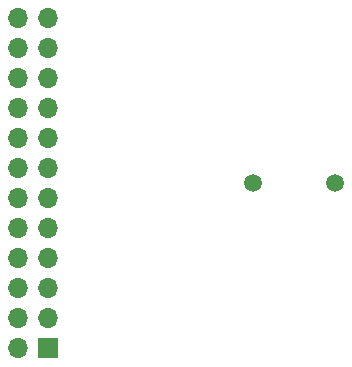
<source format=gbr>
%TF.GenerationSoftware,KiCad,Pcbnew,8.0.3-8.0.3-0~ubuntu23.10.1*%
%TF.CreationDate,2024-10-17T21:53:55-04:00*%
%TF.ProjectId,INA333,494e4133-3333-42e6-9b69-6361645f7063,rev?*%
%TF.SameCoordinates,Original*%
%TF.FileFunction,Soldermask,Bot*%
%TF.FilePolarity,Negative*%
%FSLAX46Y46*%
G04 Gerber Fmt 4.6, Leading zero omitted, Abs format (unit mm)*
G04 Created by KiCad (PCBNEW 8.0.3-8.0.3-0~ubuntu23.10.1) date 2024-10-17 21:53:55*
%MOMM*%
%LPD*%
G01*
G04 APERTURE LIST*
%ADD10C,1.500000*%
%ADD11R,1.700000X1.700000*%
%ADD12O,1.700000X1.700000*%
G04 APERTURE END LIST*
D10*
%TO.C,J3*%
X139945000Y-90005000D03*
X132945000Y-90005000D03*
%TD*%
D11*
%TO.C,J1*%
X115650000Y-103975000D03*
D12*
X113110000Y-103975000D03*
X115650000Y-101435000D03*
X113110000Y-101435000D03*
X115650000Y-98895000D03*
X113110000Y-98895000D03*
X115650000Y-96355000D03*
X113110000Y-96355000D03*
X115650000Y-93815000D03*
X113110000Y-93815000D03*
X115650000Y-91275000D03*
X113110000Y-91275000D03*
X115650000Y-88735000D03*
X113110000Y-88735000D03*
X115650000Y-86195000D03*
X113110000Y-86195000D03*
X115650000Y-83655000D03*
X113110000Y-83655000D03*
X115650000Y-81115000D03*
X113110000Y-81115000D03*
X115650000Y-78575000D03*
X113110000Y-78575000D03*
X115650000Y-76035000D03*
X113110000Y-76035000D03*
%TD*%
M02*

</source>
